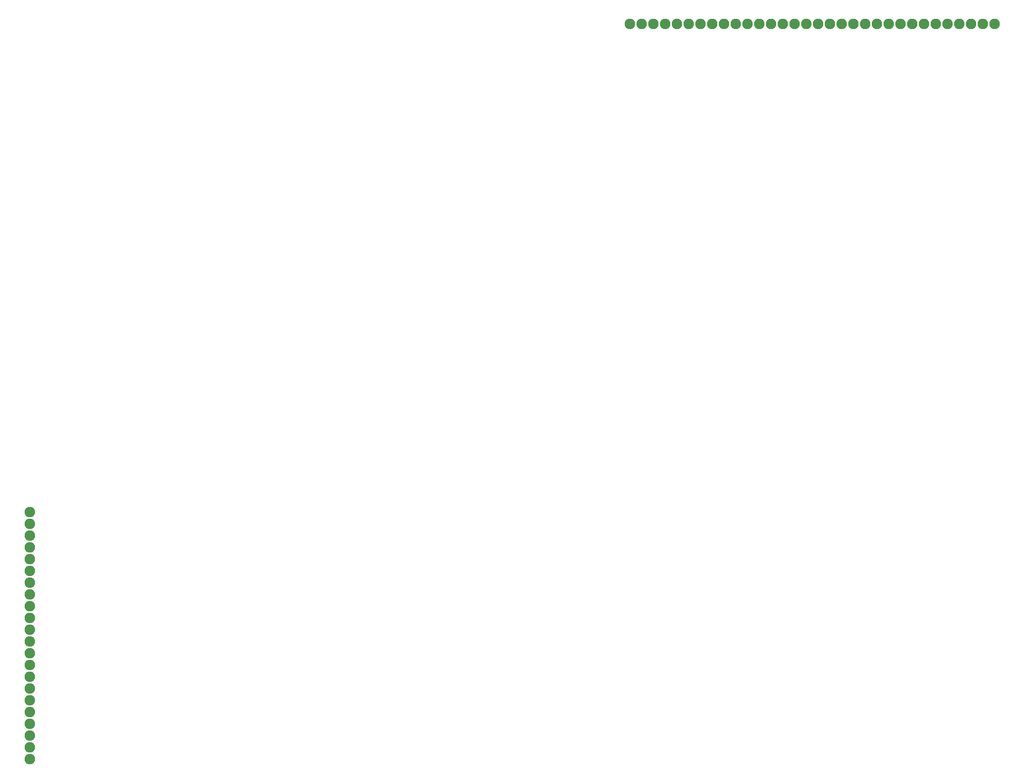
<source format=gbr>
%FSTAX24Y24*%
%MOIN*%
%IN MASK1.GBR *%
%ADD10C,0.0900*%
G54D10*X0015Y0385D03*Y0345D03*Y0455D03*Y0365D03*Y0355D03*Y0335D03*
Y0395D03*Y0495D03*X0685Y095D03*X0785D03*X0015Y0405D03*Y0415D03*
Y0435D03*Y0445D03*Y0465D03*X0795Y095D03*X0705D03*X0725D03*X0675D03*
X0015Y0505D03*X0835Y095D03*X0735D03*X0635D03*X0595D03*X0575D03*
X0535D03*X0765D03*X0715D03*X0825D03*X0655D03*X0815D03*X0805D03*
X0015Y0475D03*X0745Y095D03*X0545D03*X0615D03*X0625D03*X0555D03*
X0665D03*X0605D03*X0695D03*X0755D03*X0565D03*X0645D03*X0585D03*
X0775D03*X0525D03*X0015Y0535D03*Y0325D03*Y0525D03*Y0515D03*Y0485D03*
Y0425D03*Y0375D03*
M02*
</source>
